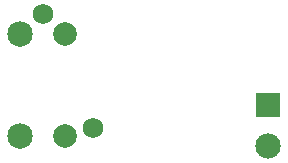
<source format=gbs>
G04*
G04 #@! TF.GenerationSoftware,Altium Limited,Altium Designer,23.5.1 (21)*
G04*
G04 Layer_Color=16711935*
%FSLAX44Y44*%
%MOMM*%
G71*
G04*
G04 #@! TF.SameCoordinates,E7796D47-8282-4EC7-A355-9F660DFBD72A*
G04*
G04*
G04 #@! TF.FilePolarity,Negative*
G04*
G01*
G75*
%ADD52C,1.7500*%
%ADD53C,2.1600*%
%ADD54C,2.0000*%
%ADD55R,2.1500X2.1500*%
%ADD56C,2.1500*%
D52*
X44062Y-96520D02*
D03*
X1270Y0D02*
D03*
D53*
X-18188Y-102870D02*
D03*
Y-16470D02*
D03*
D54*
X19812Y-102870D02*
D03*
Y-16470D02*
D03*
D55*
X192493Y-76853D02*
D03*
D56*
Y-111853D02*
D03*
M02*

</source>
